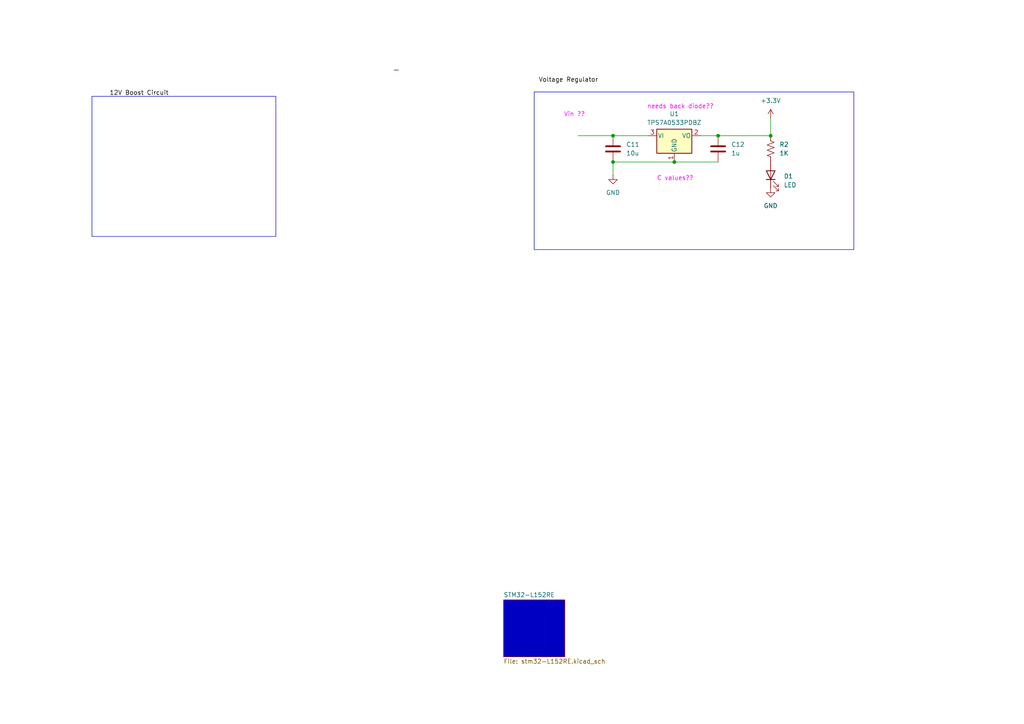
<source format=kicad_sch>
(kicad_sch (version 20250114) (generator "eeschema") (generator_version "9.0")
  (paper "A4")
  (title_block (title "Super Doppler 2000 - Root") (date "2026-01-28"))
  (lib_symbols
    (symbol "Device:C" (pin_numbers (hide yes)) (pin_names (offset 0.254))
      (property "Reference" "C" (at 0.635 2.54 0))
      (property "Value" "C" (at 0.635 -2.54 0))
      (symbol "C_0_1"
        (polyline (pts (xy -2.032 0.762) (xy 2.032 0.762)) (stroke (width 0.508)))
        (polyline (pts (xy -2.032 -0.762) (xy 2.032 -0.762)) (stroke (width 0.508)))
      )
      (symbol "C_1_1"
        (pin passive line (at 0 3.81 270) (length 2.794) (name "~") (number "1"))
        (pin passive line (at 0 -3.81 90) (length 2.794) (name "~") (number "2"))
      )
    )
    (symbol "Device:LED" (pin_numbers (hide yes)) (pin_names (offset 1.016) (hide yes))
      (property "Reference" "D" (at 0 2.54 0))
      (property "Value" "LED" (at 0 -2.54 0))
      (symbol "LED_0_1"
        (polyline (pts (xy -3.048 -0.762) (xy -4.572 -2.286) (xy -3.81 -2.286) (xy -4.572 -2.286) (xy -4.572 -1.524)))
        (polyline (pts (xy -1.778 -0.762) (xy -3.302 -2.286) (xy -2.54 -2.286) (xy -3.302 -2.286) (xy -3.302 -1.524)))
        (polyline (pts (xy -1.27 0) (xy 1.27 0)))
        (polyline (pts (xy -1.27 -1.27) (xy -1.27 1.27)) (stroke (width 0.254)))
        (polyline (pts (xy 1.27 -1.27) (xy 1.27 1.27) (xy -1.27 0) (xy 1.27 -1.27)) (stroke (width 0.254)))
      )
      (symbol "LED_1_1"
        (pin passive line (at -3.81 0 0) (length 2.54) (name "K") (number "1"))
        (pin passive line (at 3.81 0 180) (length 2.54) (name "A") (number "2"))
      )
    )
    (symbol "Device:R_US" (pin_numbers (hide yes)) (pin_names (offset 0))
      (property "Reference" "R" (at 2.54 0 90))
      (property "Value" "R_US" (at -2.54 0 90))
      (symbol "R_US_0_1"
        (polyline (pts (xy 0 2.286) (xy 0 2.54)))
        (polyline (pts (xy 0 2.286) (xy 1.016 1.905) (xy 0 1.524) (xy -1.016 1.143) (xy 0 0.762)))
        (polyline (pts (xy 0 0.762) (xy 1.016 0.381) (xy 0 0) (xy -1.016 -0.381) (xy 0 -0.762)))
        (polyline (pts (xy 0 -0.762) (xy 1.016 -1.143) (xy 0 -1.524) (xy -1.016 -1.905) (xy 0 -2.286)))
        (polyline (pts (xy 0 -2.286) (xy 0 -2.54)))
      )
      (symbol "R_US_1_1"
        (pin passive line (at 0 3.81 270) (length 1.27) (name "~") (number "1"))
        (pin passive line (at 0 -3.81 90) (length 1.27) (name "~") (number "2"))
      )
    )
    (symbol "Regulator_Linear:TPS7A0533PDBZ" (pin_names (offset 0.254))
      (property "Reference" "U" (at -3.81 3.175 0))
      (property "Value" "TPS7A0533PDBZ" (at 0 3.175 0))
      (symbol "TPS7A0533PDBZ_0_1"
        (rectangle (start -5.08 -5.08) (end 5.08 1.905) (stroke (width 0.254)) (fill (type background)))
      )
      (symbol "TPS7A0533PDBZ_1_1"
        (pin power_in line (at -7.62 0 0) (length 2.54) (name "VI") (number "3"))
        (pin power_in line (at 0 -7.62 90) (length 2.54) (name "GND") (number "1"))
        (pin power_out line (at 7.62 0 180) (length 2.54) (name "VO") (number "2"))
      )
    )
    (symbol "power:+3.3V" (power) (pin_numbers (hide yes)) (pin_names (offset 0) (hide yes))
      (property "Value" "+3.3V" (at 0 3.556 0))
      (symbol "+3.3V_0_1"
        (polyline (pts (xy -0.762 1.27) (xy 0 2.54)))
        (polyline (pts (xy 0 2.54) (xy 0.762 1.27)))
        (polyline (pts (xy 0 0) (xy 0 2.54)))
      )
      (symbol "+3.3V_1_1"
        (pin power_in line (at 0 0 90) (length 0) (name "~") (number "1"))
      )
    )
    (symbol "power:GND" (power) (pin_numbers (hide yes)) (pin_names (offset 0) (hide yes))
      (property "Value" "GND" (at 0 -3.81 0))
      (symbol "GND_0_1"
        (polyline (pts (xy 0 0) (xy 0 -1.27) (xy 1.27 -1.27) (xy 0 -2.54) (xy -1.27 -1.27) (xy 0 -1.27)))
      )
      (symbol "GND_1_1"
        (pin power_in line (at 0 0 270) (length 0) (name "~") (number "1"))
      )
    )
  )
  (rectangle (start 114.3 20.32) (end 115.57 20.32))
  (rectangle (start 154.94 26.67) (end 247.65 72.39))
  (rectangle (start 26.67 27.94) (end 80.01 68.58))
  (text "C values??" (at 195.834 51.816 0) (effects (font (size 1.27 1.27))))
  (text "Vin ??\n" (at 166.624 33.274 0) (effects (font (size 1.27 1.27))))
  (text "needs back diode??" (at 197.358 30.988 0) (effects (font (size 1.27 1.27))))
  (junction (at 177.8 39.37))
  (junction (at 208.28 39.37))
  (junction (at 177.8 46.99))
  (junction (at 223.52 39.37))
  (junction (at 195.58 46.99))
  (wire (pts (xy 223.52 34.29) (xy 223.52 39.37)))
  (wire (pts (xy 208.28 39.37) (xy 223.52 39.37)))
  (wire (pts (xy 167.64 39.37) (xy 177.8 39.37)))
  (wire (pts (xy 177.8 46.99) (xy 195.58 46.99)))
  (wire (pts (xy 195.58 46.99) (xy 208.28 46.99)))
  (wire (pts (xy 177.8 50.8) (xy 177.8 46.99)))
  (wire (pts (xy 203.2 39.37) (xy 208.28 39.37)))
  (wire (pts (xy 177.8 39.37) (xy 187.96 39.37)))
  (label "Voltage Regulator" (at 156.21 24.13 0))
  (label "12V Boost Circuit" (at 31.75 27.94 0))
  (symbol (lib_id "Device:C") (at 208.28 43.18 0) (unit 1)
    (property "Reference" "C12" (at 212.09 41.9099 0) (effects (justify left)))
    (property "Value" "1u" (at 212.09 44.4499 0) (effects (justify left)))
    (property "Description" "Unpolarized capacitor" (effects (hide yes)))
  )
  (symbol (lib_id "power:GND") (at 223.52 54.61 0) (unit 1)
    (property "Reference" "#PWR014" (effects (hide yes)))
    (property "Value" "GND" (at 223.52 59.69 0))
    (property "Description" "Power symbol creates a global label with name \"GND\" , ground" (effects (hide yes)))
  )
  (symbol (lib_id "Device:C") (at 177.8 43.18 0) (unit 1)
    (property "Reference" "C11" (at 181.61 41.9099 0) (effects (justify left)))
    (property "Value" "10u" (at 181.61 44.4499 0) (effects (justify left)))
    (property "Description" "Unpolarized capacitor" (effects (hide yes)))
  )
  (symbol (lib_id "Device:R_US") (at 223.52 43.18 0) (unit 1)
    (property "Reference" "R2" (at 226.06 41.9099 0) (effects (justify left)))
    (property "Value" "1K" (at 226.06 44.4499 0) (effects (justify left)))
    (property "Description" "Resistor, US symbol" (effects (hide yes)))
  )
  (symbol (lib_id "Device:LED") (at 223.52 50.8 90) (unit 1)
    (property "Reference" "D1" (at 227.33 51.1174 90) (effects (justify right)))
    (property "Value" "LED" (at 227.33 53.6574 90) (effects (justify right)))
    (property "Description" "Light emitting diode" (effects (hide yes)))
    (property "Sim.Pins" "1=K 2=A" (effects (hide yes)))
  )
  (symbol (lib_id "Regulator_Linear:TPS7A0533PDBZ") (at 195.58 39.37 0) (unit 1)
    (property "Reference" "U1" (at 195.58 33.02 0))
    (property "Value" "TPS7A0533PDBZ" (at 195.58 35.56 0))
    (property "Footprint" "Package_TO_SOT_SMD:SOT-23" (effects (hide yes)))
    (property "Datasheet" "https://www.ti.com/lit/ds/symlink/tps7a05.pdf" (effects (hide yes)))
    (property "Description" "200-mA Ultra-Low-Iq LDO, 3.3V, SOT-23-3" (effects (hide yes)))
  )
  (symbol (lib_id "power:GND") (at 177.8 50.8 0) (unit 1)
    (property "Reference" "#PWR013" (effects (hide yes)))
    (property "Value" "GND" (at 177.8 55.88 0))
    (property "Description" "Power symbol creates a global label with name \"GND\" , ground" (effects (hide yes)))
  )
  (symbol (lib_id "power:+3.3V") (at 223.52 34.29 0) (unit 1)
    (property "Reference" "#PWR015" (effects (hide yes)))
    (property "Value" "+3.3V" (at 223.52 29.21 0))
    (property "Description" "Power symbol creates a global label with name \"+3.3V\"" (effects (hide yes)))
  )
  (sheet (at 146.05 173.99) (size 17.78 16.51) (stroke (width 0.1524)) (fill (color 0 0 194 1.0000))
    (property "Sheetname" "STM32-L152RE" (at 146.05 173.2784 0) (effects (justify left bottom)))
    (property "Sheetfile" "stm32-L152RE.kicad_sch" (at 146.05 191.0846 0) (effects (justify left top)))
  )
)
</source>
